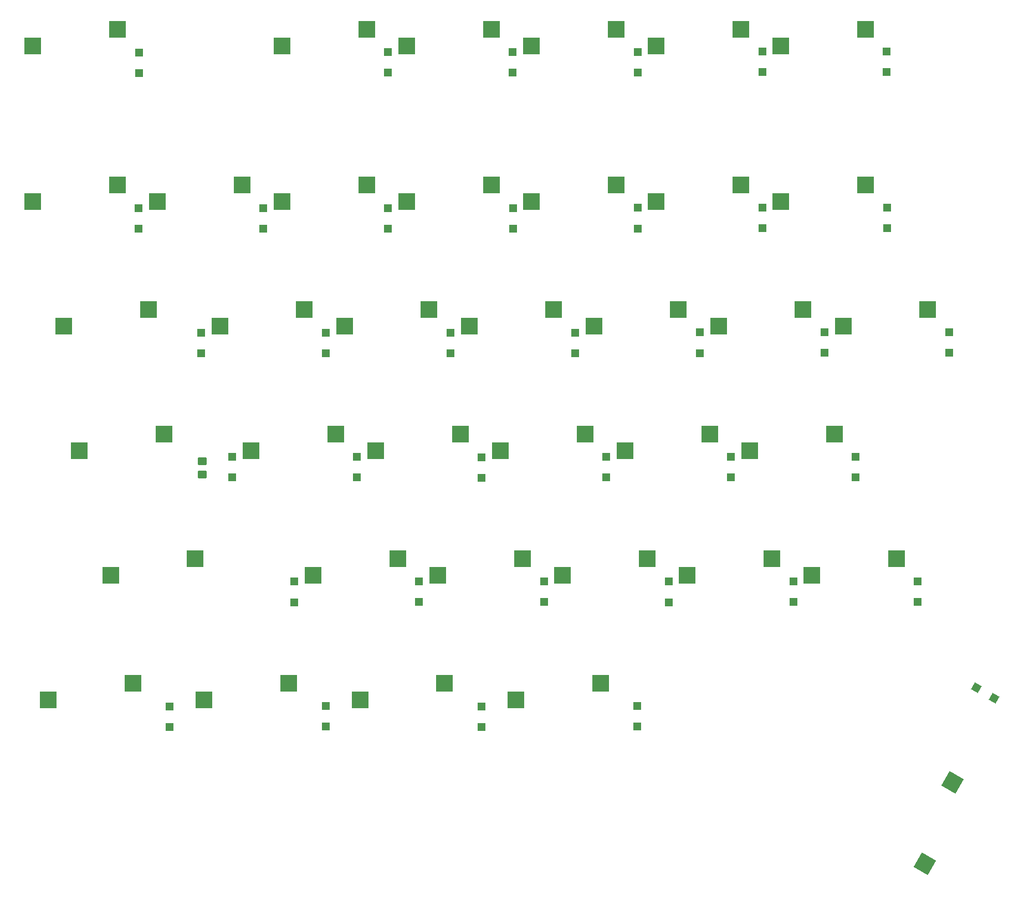
<source format=gbr>
G04 #@! TF.GenerationSoftware,KiCad,Pcbnew,7.0.9*
G04 #@! TF.CreationDate,2023-12-20T03:59:59-06:00*
G04 #@! TF.ProjectId,keyboard,6b657962-6f61-4726-942e-6b696361645f,rev?*
G04 #@! TF.SameCoordinates,Original*
G04 #@! TF.FileFunction,Paste,Bot*
G04 #@! TF.FilePolarity,Positive*
%FSLAX46Y46*%
G04 Gerber Fmt 4.6, Leading zero omitted, Abs format (unit mm)*
G04 Created by KiCad (PCBNEW 7.0.9) date 2023-12-20 03:59:59*
%MOMM*%
%LPD*%
G01*
G04 APERTURE LIST*
G04 Aperture macros list*
%AMRoundRect*
0 Rectangle with rounded corners*
0 $1 Rounding radius*
0 $2 $3 $4 $5 $6 $7 $8 $9 X,Y pos of 4 corners*
0 Add a 4 corners polygon primitive as box body*
4,1,4,$2,$3,$4,$5,$6,$7,$8,$9,$2,$3,0*
0 Add four circle primitives for the rounded corners*
1,1,$1+$1,$2,$3*
1,1,$1+$1,$4,$5*
1,1,$1+$1,$6,$7*
1,1,$1+$1,$8,$9*
0 Add four rect primitives between the rounded corners*
20,1,$1+$1,$2,$3,$4,$5,0*
20,1,$1+$1,$4,$5,$6,$7,0*
20,1,$1+$1,$6,$7,$8,$9,0*
20,1,$1+$1,$8,$9,$2,$3,0*%
%AMRotRect*
0 Rectangle, with rotation*
0 The origin of the aperture is its center*
0 $1 length*
0 $2 width*
0 $3 Rotation angle, in degrees counterclockwise*
0 Add horizontal line*
21,1,$1,$2,0,0,$3*%
G04 Aperture macros list end*
%ADD10R,2.550000X2.500000*%
%ADD11RotRect,2.550000X2.500000X240.000000*%
%ADD12R,1.200000X1.200000*%
%ADD13RoundRect,0.250000X0.450000X-0.350000X0.450000X0.350000X-0.450000X0.350000X-0.450000X-0.350000X0*%
%ADD14RotRect,1.200000X1.200000X150.000000*%
G04 APERTURE END LIST*
D10*
X112934571Y-121160000D03*
X125861571Y-118620000D03*
X174847071Y-83060000D03*
X187774071Y-80520000D03*
X141509571Y-102110000D03*
X154436571Y-99570000D03*
X58165821Y-102110000D03*
X71092821Y-99570000D03*
X165322071Y-40197500D03*
X178249071Y-37657500D03*
X51022071Y-40197500D03*
X63949071Y-37657500D03*
X170084571Y-121160000D03*
X183011571Y-118620000D03*
X117697071Y-83060000D03*
X130624071Y-80520000D03*
X155797071Y-83060000D03*
X168724071Y-80520000D03*
D11*
X191554165Y-152795321D03*
X187290369Y-165260431D03*
D10*
X55784571Y-83060000D03*
X68711571Y-80520000D03*
X122459571Y-102110000D03*
X135386571Y-99570000D03*
X89122071Y-64010000D03*
X102049071Y-61470000D03*
X165322071Y-64010000D03*
X178249071Y-61470000D03*
X146272071Y-40197500D03*
X159199071Y-37657500D03*
X160559571Y-102110000D03*
X173486571Y-99570000D03*
X89122071Y-40197500D03*
X102049071Y-37657500D03*
X103409571Y-102110000D03*
X116336571Y-99570000D03*
X62928321Y-121160000D03*
X75855321Y-118620000D03*
X136747071Y-83060000D03*
X149674071Y-80520000D03*
X101028321Y-140210000D03*
X113955321Y-137670000D03*
X127222071Y-40197500D03*
X140149071Y-37657500D03*
X84359571Y-102110000D03*
X97286571Y-99570000D03*
X98647071Y-83060000D03*
X111574071Y-80520000D03*
X131984571Y-121160000D03*
X144911571Y-118620000D03*
X51022071Y-64010000D03*
X63949071Y-61470000D03*
X127222071Y-64010000D03*
X140149071Y-61470000D03*
X77215821Y-140210000D03*
X90142821Y-137670000D03*
X79597071Y-83060000D03*
X92524071Y-80520000D03*
X124840821Y-140210000D03*
X137767821Y-137670000D03*
X151034571Y-121160000D03*
X163961571Y-118620000D03*
X53403321Y-140210000D03*
X66330321Y-137670000D03*
X146272071Y-64010000D03*
X159199071Y-61470000D03*
X93884571Y-121160000D03*
X106811571Y-118620000D03*
X108172071Y-40197500D03*
X121099071Y-37657500D03*
X108172071Y-64010000D03*
X121099071Y-61470000D03*
X70072071Y-64010000D03*
X82999071Y-61470000D03*
D12*
X157687500Y-106175000D03*
X157687500Y-103025000D03*
X162490000Y-44195000D03*
X162490000Y-41045000D03*
X105320000Y-68104998D03*
X105320000Y-64954998D03*
X95805000Y-144275000D03*
X95805000Y-141125000D03*
X91017500Y-125240000D03*
X91017500Y-122090000D03*
X143440000Y-44225000D03*
X143440000Y-41075000D03*
X81477500Y-106170000D03*
X81477500Y-103020000D03*
X181550000Y-68045000D03*
X181550000Y-64895000D03*
X110030000Y-125205000D03*
X110030000Y-122055000D03*
D13*
X76900000Y-105680000D03*
X76900000Y-103680000D03*
D12*
X143410000Y-144245000D03*
X143410000Y-141095000D03*
X67230000Y-44325000D03*
X67230000Y-41175000D03*
X67177500Y-68127500D03*
X67177500Y-64977500D03*
X129170000Y-125205000D03*
X129170000Y-122055000D03*
X191040000Y-87115000D03*
X191040000Y-83965000D03*
X119625000Y-106195000D03*
X119625000Y-103045000D03*
X119602500Y-144300000D03*
X119602500Y-141150000D03*
X100560000Y-106155000D03*
X100560000Y-103005000D03*
X124360000Y-44255000D03*
X124360000Y-41105000D03*
X133900000Y-87185000D03*
X133900000Y-84035000D03*
D14*
X197953990Y-139907500D03*
X195226010Y-138332500D03*
D12*
X162480000Y-68065000D03*
X162480000Y-64915000D03*
X172010000Y-87115000D03*
X172010000Y-83965000D03*
X105300000Y-44275000D03*
X105300000Y-41125000D03*
X95770000Y-87175000D03*
X95770000Y-84025000D03*
X148215000Y-125240000D03*
X148215000Y-122090000D03*
X71960000Y-144315000D03*
X71960000Y-141165000D03*
X138642500Y-106140000D03*
X138642500Y-102990000D03*
X76735000Y-87175000D03*
X76735000Y-84025000D03*
X176750000Y-106175000D03*
X176750000Y-103025000D03*
X167242500Y-125205000D03*
X167242500Y-122055000D03*
X124380000Y-68105000D03*
X124380000Y-64955000D03*
X114830000Y-87175000D03*
X114830000Y-84025000D03*
X152972500Y-87140000D03*
X152972500Y-83990000D03*
X143450000Y-68085000D03*
X143450000Y-64935000D03*
X181510000Y-44195000D03*
X181510000Y-41045000D03*
X186270000Y-125225000D03*
X186270000Y-122075000D03*
X86260000Y-68105000D03*
X86260000Y-64955000D03*
M02*

</source>
